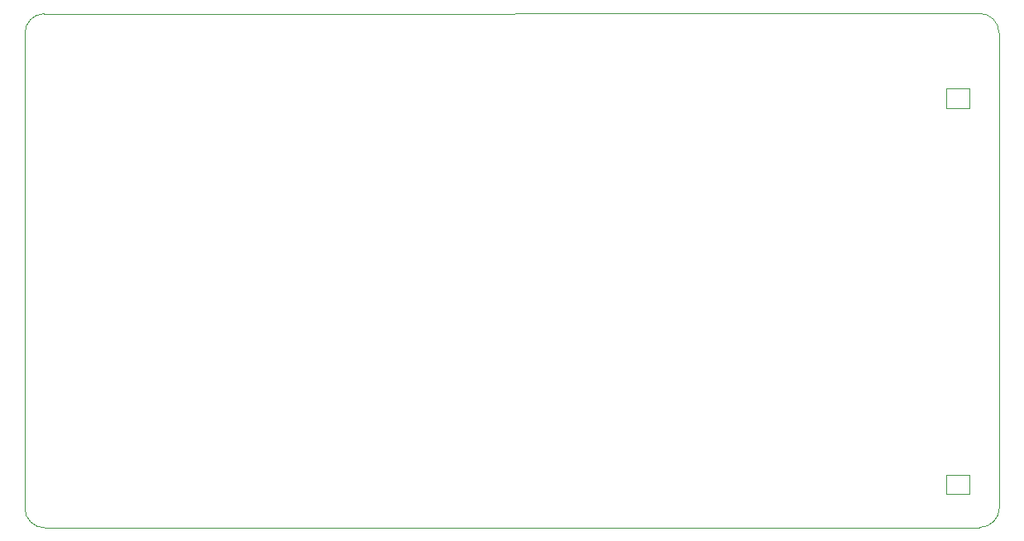
<source format=gbr>
%TF.GenerationSoftware,KiCad,Pcbnew,(6.0.5-0)*%
%TF.CreationDate,2023-04-14T17:42:22+02:00*%
%TF.ProjectId,pixel juice,70697865-6c20-46a7-9569-63652e6b6963,rev?*%
%TF.SameCoordinates,Original*%
%TF.FileFunction,Profile,NP*%
%FSLAX46Y46*%
G04 Gerber Fmt 4.6, Leading zero omitted, Abs format (unit mm)*
G04 Created by KiCad (PCBNEW (6.0.5-0)) date 2023-04-14 17:42:22*
%MOMM*%
%LPD*%
G01*
G04 APERTURE LIST*
%TA.AperFunction,Profile*%
%ADD10C,0.100000*%
%TD*%
%TA.AperFunction,Profile*%
%ADD11C,0.010000*%
%TD*%
G04 APERTURE END LIST*
D10*
X200283918Y-67255523D02*
X200315359Y-115936559D01*
X198283359Y-117968559D02*
X102550759Y-117983000D01*
X198283359Y-117968559D02*
G75*
G03*
X200315359Y-115936559I41J2031959D01*
G01*
X102546605Y-65300000D02*
X198300189Y-65283469D01*
X100567030Y-116010946D02*
X100574551Y-67283729D01*
X102546605Y-65300059D02*
G75*
G03*
X100574551Y-67283729I7095J-1979141D01*
G01*
X200283923Y-67255523D02*
G75*
G03*
X198300189Y-65283469I-1979123J-7077D01*
G01*
X100567008Y-116010946D02*
G75*
G03*
X102550759Y-117983000I1979192J7146D01*
G01*
D11*
%TO.C,J4*%
X194851000Y-74951000D02*
X194851000Y-72950000D01*
X194851000Y-72950000D02*
X197249000Y-72950000D01*
X197249000Y-74951000D02*
X194851000Y-74951000D01*
X197249000Y-114550000D02*
X194851000Y-114550000D01*
X197249000Y-112549000D02*
X197249000Y-114550000D01*
X194851000Y-112549000D02*
X197249000Y-112549000D01*
X197249000Y-72950000D02*
X197249000Y-74951000D01*
X194851000Y-114550000D02*
X194851000Y-112549000D01*
%TD*%
M02*

</source>
